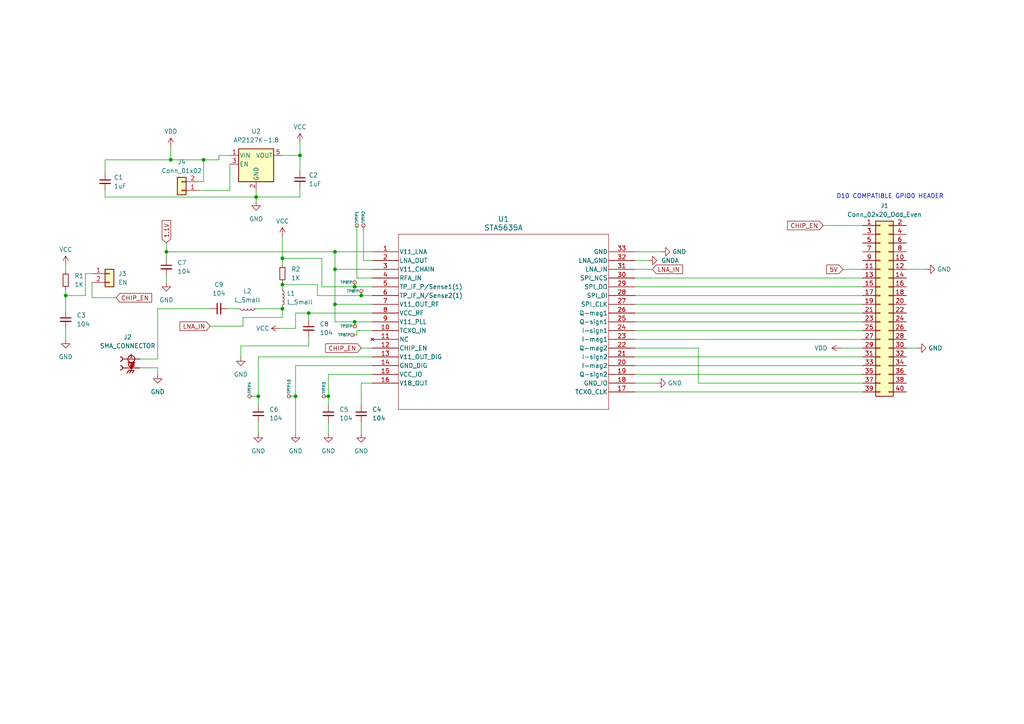
<source format=kicad_sch>
(kicad_sch (version 20230121) (generator eeschema)
  (paper "A4")
  (lib_symbols
    (symbol "Connector:TestPoint_Small" (pin_numbers hide) (pin_names (offset 0.762) hide)
      (property "Reference" "TP" (at 0 3.81 0))
      (property "Value" "TestPoint_Small" (at 0 2.032 0))
      (symbol "TestPoint_Small_0_1"
        (circle (center 0 0) (radius 0.508))
      )
      (symbol "TestPoint_Small_1_1"
        (pin passive line (at 0 0 90) (length 0) (name "1") (number "1"))
      )
    )
    (symbol "Connector_Generic:Conn_01x02" (pin_names (offset 1.016) hide)
      (property "Reference" "J" (at 0 2.54 0))
      (property "Value" "Conn_01x02" (at 0 -5.08 0))
      (symbol "Conn_01x02_1_1"
        (rectangle (start -1.27 -2.413) (end 0 -2.667) (stroke (width 0.1524)))
        (rectangle (start -1.27 0.127) (end 0 -0.127) (stroke (width 0.1524)))
        (rectangle (start -1.27 1.27) (end 1.27 -3.81) (stroke (width 0.254)) (fill (type background)))
        (pin passive line (at -5.08 0 0) (length 3.81) (name "Pin_1") (number "1"))
        (pin passive line (at -5.08 -2.54 0) (length 3.81) (name "Pin_2") (number "2"))
      )
    )
    (symbol "Connector_Generic:Conn_02x20_Odd_Even" (pin_names (offset 1.016) hide)
      (property "Reference" "J" (at 1.27 25.4 0))
      (property "Value" "Conn_02x20_Odd_Even" (at 1.27 -27.94 0))
      (symbol "Conn_02x20_Odd_Even_1_1"
        (rectangle (start -1.27 -25.273) (end 0 -25.527) (stroke (width 0.1524)))
        (rectangle (start -1.27 -22.733) (end 0 -22.987) (stroke (width 0.1524)))
        (rectangle (start -1.27 -20.193) (end 0 -20.447) (stroke (width 0.1524)))
        (rectangle (start -1.27 -17.653) (end 0 -17.907) (stroke (width 0.1524)))
        (rectangle (start -1.27 -15.113) (end 0 -15.367) (stroke (width 0.1524)))
        (rectangle (start -1.27 -12.573) (end 0 -12.827) (stroke (width 0.1524)))
        (rectangle (start -1.27 -10.033) (end 0 -10.287) (stroke (width 0.1524)))
        (rectangle (start -1.27 -7.493) (end 0 -7.747) (stroke (width 0.1524)))
        (rectangle (start -1.27 -4.953) (end 0 -5.207) (stroke (width 0.1524)))
        (rectangle (start -1.27 -2.413) (end 0 -2.667) (stroke (width 0.1524)))
        (rectangle (start -1.27 0.127) (end 0 -0.127) (stroke (width 0.1524)))
        (rectangle (start -1.27 2.667) (end 0 2.413) (stroke (width 0.1524)))
        (rectangle (start -1.27 5.207) (end 0 4.953) (stroke (width 0.1524)))
        (rectangle (start -1.27 7.747) (end 0 7.493) (stroke (width 0.1524)))
        (rectangle (start -1.27 10.287) (end 0 10.033) (stroke (width 0.1524)))
        (rectangle (start -1.27 12.827) (end 0 12.573) (stroke (width 0.1524)))
        (rectangle (start -1.27 15.367) (end 0 15.113) (stroke (width 0.1524)))
        (rectangle (start -1.27 17.907) (end 0 17.653) (stroke (width 0.1524)))
        (rectangle (start -1.27 20.447) (end 0 20.193) (stroke (width 0.1524)))
        (rectangle (start -1.27 22.987) (end 0 22.733) (stroke (width 0.1524)))
        (rectangle (start -1.27 24.13) (end 3.81 -26.67) (stroke (width 0.254)) (fill (type background)))
        (rectangle (start 3.81 -25.273) (end 2.54 -25.527) (stroke (width 0.1524)))
        (rectangle (start 3.81 -22.733) (end 2.54 -22.987) (stroke (width 0.1524)))
        (rectangle (start 3.81 -20.193) (end 2.54 -20.447) (stroke (width 0.1524)))
        (rectangle (start 3.81 -17.653) (end 2.54 -17.907) (stroke (width 0.1524)))
        (rectangle (start 3.81 -15.113) (end 2.54 -15.367) (stroke (width 0.1524)))
        (rectangle (start 3.81 -12.573) (end 2.54 -12.827) (stroke (width 0.1524)))
        (rectangle (start 3.81 -10.033) (end 2.54 -10.287) (stroke (width 0.1524)))
        (rectangle (start 3.81 -7.493) (end 2.54 -7.747) (stroke (width 0.1524)))
        (rectangle (start 3.81 -4.953) (end 2.54 -5.207) (stroke (width 0.1524)))
        (rectangle (start 3.81 -2.413) (end 2.54 -2.667) (stroke (width 0.1524)))
        (rectangle (start 3.81 0.127) (end 2.54 -0.127) (stroke (width 0.1524)))
        (rectangle (start 3.81 2.667) (end 2.54 2.413) (stroke (width 0.1524)))
        (rectangle (start 3.81 5.207) (end 2.54 4.953) (stroke (width 0.1524)))
        (rectangle (start 3.81 7.747) (end 2.54 7.493) (stroke (width 0.1524)))
        (rectangle (start 3.81 10.287) (end 2.54 10.033) (stroke (width 0.1524)))
        (rectangle (start 3.81 12.827) (end 2.54 12.573) (stroke (width 0.1524)))
        (rectangle (start 3.81 15.367) (end 2.54 15.113) (stroke (width 0.1524)))
        (rectangle (start 3.81 17.907) (end 2.54 17.653) (stroke (width 0.1524)))
        (rectangle (start 3.81 20.447) (end 2.54 20.193) (stroke (width 0.1524)))
        (rectangle (start 3.81 22.987) (end 2.54 22.733) (stroke (width 0.1524)))
        (pin passive line (at -5.08 22.86 0) (length 3.81) (name "Pin_1") (number "1"))
        (pin passive line (at 7.62 12.7 180) (length 3.81) (name "Pin_10") (number "10"))
        (pin passive line (at -5.08 10.16 0) (length 3.81) (name "Pin_11") (number "11"))
        (pin passive line (at 7.62 10.16 180) (length 3.81) (name "Pin_12") (number "12"))
        (pin passive line (at -5.08 7.62 0) (length 3.81) (name "Pin_13") (number "13"))
        (pin passive line (at 7.62 7.62 180) (length 3.81) (name "Pin_14") (number "14"))
        (pin passive line (at -5.08 5.08 0) (length 3.81) (name "Pin_15") (number "15"))
        (pin passive line (at 7.62 5.08 180) (length 3.81) (name "Pin_16") (number "16"))
        (pin passive line (at -5.08 2.54 0) (length 3.81) (name "Pin_17") (number "17"))
        (pin passive line (at 7.62 2.54 180) (length 3.81) (name "Pin_18") (number "18"))
        (pin passive line (at -5.08 0 0) (length 3.81) (name "Pin_19") (number "19"))
        (pin passive line (at 7.62 22.86 180) (length 3.81) (name "Pin_2") (number "2"))
        (pin passive line (at 7.62 0 180) (length 3.81) (name "Pin_20") (number "20"))
        (pin passive line (at -5.08 -2.54 0) (length 3.81) (name "Pin_21") (number "21"))
        (pin passive line (at 7.62 -2.54 180) (length 3.81) (name "Pin_22") (number "22"))
        (pin passive line (at -5.08 -5.08 0) (length 3.81) (name "Pin_23") (number "23"))
        (pin passive line (at 7.62 -5.08 180) (length 3.81) (name "Pin_24") (number "24"))
        (pin passive line (at -5.08 -7.62 0) (length 3.81) (name "Pin_25") (number "25"))
        (pin passive line (at 7.62 -7.62 180) (length 3.81) (name "Pin_26") (number "26"))
        (pin passive line (at -5.08 -10.16 0) (length 3.81) (name "Pin_27") (number "27"))
        (pin passive line (at 7.62 -10.16 180) (length 3.81) (name "Pin_28") (number "28"))
        (pin passive line (at -5.08 -12.7 0) (length 3.81) (name "Pin_29") (number "29"))
        (pin passive line (at -5.08 20.32 0) (length 3.81) (name "Pin_3") (number "3"))
        (pin passive line (at 7.62 -12.7 180) (length 3.81) (name "Pin_30") (number "30"))
        (pin passive line (at -5.08 -15.24 0) (length 3.81) (name "Pin_31") (number "31"))
        (pin passive line (at 7.62 -15.24 180) (length 3.81) (name "Pin_32") (number "32"))
        (pin passive line (at -5.08 -17.78 0) (length 3.81) (name "Pin_33") (number "33"))
        (pin passive line (at 7.62 -17.78 180) (length 3.81) (name "Pin_34") (number "34"))
        (pin passive line (at -5.08 -20.32 0) (length 3.81) (name "Pin_35") (number "35"))
        (pin passive line (at 7.62 -20.32 180) (length 3.81) (name "Pin_36") (number "36"))
        (pin passive line (at -5.08 -22.86 0) (length 3.81) (name "Pin_37") (number "37"))
        (pin passive line (at 7.62 -22.86 180) (length 3.81) (name "Pin_38") (number "38"))
        (pin passive line (at -5.08 -25.4 0) (length 3.81) (name "Pin_39") (number "39"))
        (pin passive line (at 7.62 20.32 180) (length 3.81) (name "Pin_4") (number "4"))
        (pin passive line (at 7.62 -25.4 180) (length 3.81) (name "Pin_40") (number "40"))
        (pin passive line (at -5.08 17.78 0) (length 3.81) (name "Pin_5") (number "5"))
        (pin passive line (at 7.62 17.78 180) (length 3.81) (name "Pin_6") (number "6"))
        (pin passive line (at -5.08 15.24 0) (length 3.81) (name "Pin_7") (number "7"))
        (pin passive line (at 7.62 15.24 180) (length 3.81) (name "Pin_8") (number "8"))
        (pin passive line (at -5.08 12.7 0) (length 3.81) (name "Pin_9") (number "9"))
      )
    )
    (symbol "Device:C_Small" (pin_numbers hide) (pin_names (offset 0.254) hide)
      (property "Reference" "C" (at 0.254 1.778 0))
      (property "Value" "C_Small" (at 0.254 -2.032 0))
      (symbol "C_Small_0_1"
        (polyline (pts (xy -1.524 -0.508) (xy 1.524 -0.508)) (stroke (width 0.3302)))
        (polyline (pts (xy -1.524 0.508) (xy 1.524 0.508)) (stroke (width 0.3048)))
      )
      (symbol "C_Small_1_1"
        (pin passive line (at 0 2.54 270) (length 2.032) (name "~") (number "1"))
        (pin passive line (at 0 -2.54 90) (length 2.032) (name "~") (number "2"))
      )
    )
    (symbol "Device:L_Small" (pin_numbers hide) (pin_names (offset 0.254) hide)
      (property "Reference" "L" (at 0.762 1.016 0))
      (property "Value" "L_Small" (at 0.762 -1.016 0))
      (symbol "L_Small_0_1"
        (arc (start 0 -2.032) (mid 0.5058 -1.524) (end 0 -1.016))
        (arc (start 0 -1.016) (mid 0.5058 -0.508) (end 0 0))
        (arc (start 0 0) (mid 0.5058 0.508) (end 0 1.016))
        (arc (start 0 1.016) (mid 0.5058 1.524) (end 0 2.032))
      )
      (symbol "L_Small_1_1"
        (pin passive line (at 0 2.54 270) (length 0.508) (name "~") (number "1"))
        (pin passive line (at 0 -2.54 90) (length 0.508) (name "~") (number "2"))
      )
    )
    (symbol "Device:R_Small" (pin_numbers hide) (pin_names (offset 0.254) hide)
      (property "Reference" "R" (at 0.762 0.508 0))
      (property "Value" "R_Small" (at 0.762 -1.016 0))
      (symbol "R_Small_0_1"
        (rectangle (start -0.762 1.778) (end 0.762 -1.778) (stroke (width 0.2032)))
      )
      (symbol "R_Small_1_1"
        (pin passive line (at 0 2.54 270) (length 0.762) (name "~") (number "1"))
        (pin passive line (at 0 -2.54 90) (length 0.762) (name "~") (number "2"))
      )
    )
    (symbol "Regulator_Linear:AP2127K-1.8" (pin_names (offset 0.254))
      (property "Reference" "U" (at -5.08 5.715 0))
      (property "Value" "AP2127K-1.8" (at 0 5.715 0))
      (symbol "AP2127K-1.8_0_1"
        (rectangle (start -5.08 4.445) (end 5.08 -5.08) (stroke (width 0.254)) (fill (type background)))
      )
      (symbol "AP2127K-1.8_1_1"
        (pin power_in line (at -7.62 2.54 0) (length 2.54) (name "VIN") (number "1"))
        (pin power_in line (at 0 -7.62 90) (length 2.54) (name "GND") (number "2"))
        (pin input line (at -7.62 0 0) (length 2.54) (name "EN") (number "3"))
        (pin no_connect line (at 5.08 0 180) (length 2.54) hide (name "NC") (number "4"))
        (pin power_out line (at 7.62 2.54 180) (length 2.54) (name "VOUT") (number "5"))
      )
    )
    (symbol "SMA_CONNECTOR:SMA_CONNECTOR" (pin_names (offset 1.016))
      (property "Reference" "J" (at -3.81 1.524 0))
      (property "Value" "SMA_CONNECTOR" (at -4.064 -6.858 0))
      (symbol "SMA_CONNECTOR_0_0"
        (arc (start -3.175 -3.175) (mid -2.5427 -2.54) (end -3.175 -1.905) (stroke (width 0.254)))
        (arc (start -3.175 -0.635) (mid -2.5427 0) (end -3.175 0.635) (stroke (width 0.254)))
        (circle (center 0 -2.54) (radius 0.254) (stroke (width 0.254)))
        (polyline (pts (xy -1.016 -1.016) (xy 0 -1.016)) (stroke (width 0.254)))
        (polyline (pts (xy -0.762 -3.302) (xy -1.27 -4.064)) (stroke (width 0.254)))
        (polyline (pts (xy 0 -3.302) (xy -0.762 -3.302)) (stroke (width 0.254)))
        (polyline (pts (xy 0 -3.302) (xy -0.508 -4.064)) (stroke (width 0.254)))
        (polyline (pts (xy 0 -3.302) (xy 0.762 -3.302)) (stroke (width 0.254)))
        (polyline (pts (xy 0 -1.016) (xy 0 -3.302)) (stroke (width 0.254)))
        (polyline (pts (xy 0 -1.016) (xy 1.016 -1.016)) (stroke (width 0.254)))
        (polyline (pts (xy 0.762 -3.302) (xy 0.254 -4.064)) (stroke (width 0.254)))
        (circle (center 0 0) (radius 1.016) (stroke (width 0.254)))
        (pin passive line (at 2.54 0 180) (length 5.08) (name "~") (number "1"))
        (pin passive line (at 2.54 -2.54 180) (length 5.08) (name "~") (number "G1"))
        (pin passive line (at 2.54 -2.54 180) (length 5.08) (name "~") (number "G2"))
        (pin passive line (at 2.54 -2.54 180) (length 5.08) (name "~") (number "G3"))
        (pin passive line (at 2.54 -2.54 180) (length 5.08) (name "~") (number "G4"))
      )
    )
    (symbol "VFQPN_A5635A_STM:STA5635A" (pin_names (offset 0.254))
      (property "Reference" "U" (at 38.1 10.16 0))
      (property "Value" "STA5635A" (at 38.1 7.62 0))
      (symbol "STA5635A_0_1"
        (polyline (pts (xy 7.62 -45.72) (xy 68.58 -45.72)) (stroke (width 0.127)))
        (polyline (pts (xy 7.62 5.08) (xy 7.62 -45.72)) (stroke (width 0.127)))
        (polyline (pts (xy 68.58 -45.72) (xy 68.58 5.08)) (stroke (width 0.127)))
        (polyline (pts (xy 68.58 5.08) (xy 7.62 5.08)) (stroke (width 0.127)))
        (pin bidirectional line (at 0 0 0) (length 7.62) (name "V11_LNA") (number "1"))
        (pin unspecified line (at 0 -22.86 0) (length 7.62) (name "TCXO_IN") (number "10"))
        (pin no_connect line (at 0 -25.4 0) (length 7.62) (name "NC") (number "11"))
        (pin unspecified line (at 0 -27.94 0) (length 7.62) (name "CHIP_EN") (number "12"))
        (pin output line (at 0 -30.48 0) (length 7.62) (name "V11_OUT_DIG") (number "13"))
        (pin power_out line (at 0 -33.02 0) (length 7.62) (name "GND_DIG") (number "14"))
        (pin power_in line (at 0 -35.56 0) (length 7.62) (name "VCC_IO") (number "15"))
        (pin output line (at 0 -38.1 0) (length 7.62) (name "V18_OUT") (number "16"))
        (pin unspecified line (at 76.2 -40.64 180) (length 7.62) (name "TCXO_CLK") (number "17"))
        (pin power_out line (at 76.2 -38.1 180) (length 7.62) (name "GND_IO") (number "18"))
        (pin bidirectional line (at 76.2 -35.56 180) (length 7.62) (name "Q-sign2") (number "19"))
        (pin output line (at 0 -2.54 0) (length 7.62) (name "LNA_OUT") (number "2"))
        (pin bidirectional line (at 76.2 -33.02 180) (length 7.62) (name "I-mag2") (number "20"))
        (pin bidirectional line (at 76.2 -30.48 180) (length 7.62) (name "I-sign2") (number "21"))
        (pin bidirectional line (at 76.2 -27.94 180) (length 7.62) (name "Q-mag2") (number "22"))
        (pin bidirectional line (at 76.2 -25.4 180) (length 7.62) (name "I-mag1") (number "23"))
        (pin bidirectional line (at 76.2 -22.86 180) (length 7.62) (name "I-sign1") (number "24"))
        (pin bidirectional line (at 76.2 -20.32 180) (length 7.62) (name "Q-sign1") (number "25"))
        (pin bidirectional line (at 76.2 -17.78 180) (length 7.62) (name "Q-mag1") (number "26"))
        (pin unspecified line (at 76.2 -15.24 180) (length 7.62) (name "SPI_CLK") (number "27"))
        (pin unspecified line (at 76.2 -12.7 180) (length 7.62) (name "SPI_DI") (number "28"))
        (pin unspecified line (at 76.2 -10.16 180) (length 7.62) (name "SPI_DO") (number "29"))
        (pin bidirectional line (at 0 -5.08 0) (length 7.62) (name "V11_CHAIN") (number "3"))
        (pin unspecified line (at 76.2 -7.62 180) (length 7.62) (name "SPI_NCS") (number "30"))
        (pin unspecified line (at 76.2 -5.08 180) (length 7.62) (name "LNA_IN") (number "31"))
        (pin power_out line (at 76.2 -2.54 180) (length 7.62) (name "LNA_GND") (number "32"))
        (pin power_out line (at 76.2 0 180) (length 7.62) (name "GND") (number "33"))
        (pin unspecified line (at 0 -7.62 0) (length 7.62) (name "RFA_IN") (number "4"))
        (pin unspecified line (at 0 -10.16 0) (length 7.62) (name "TP_IF_P/Sense1(1)") (number "5"))
        (pin unspecified line (at 0 -12.7 0) (length 7.62) (name "TP_IF_N/Sense2(1)") (number "6"))
        (pin output line (at 0 -15.24 0) (length 7.62) (name "V11_OUT_RF") (number "7"))
        (pin power_in line (at 0 -17.78 0) (length 7.62) (name "VCC_RF") (number "8"))
        (pin bidirectional line (at 0 -20.32 0) (length 7.62) (name "V11_PLL") (number "9"))
      )
    )
    (symbol "power:GND" (power) (pin_names (offset 0))
      (property "Value" "GND" (at 0 -3.81 0))
      (symbol "GND_0_1"
        (polyline (pts (xy 0 0) (xy 0 -1.27) (xy 1.27 -1.27) (xy 0 -2.54) (xy -1.27 -1.27) (xy 0 -1.27)))
      )
      (symbol "GND_1_1"
        (pin power_in line (at 0 0 270) (length 0) hide (name "GND") (number "1"))
      )
    )
    (symbol "power:GNDA" (power) (pin_names (offset 0))
      (property "Value" "GNDA" (at 0 -3.81 0))
      (symbol "GNDA_0_1"
        (polyline (pts (xy 0 0) (xy 0 -1.27) (xy 1.27 -1.27) (xy 0 -2.54) (xy -1.27 -1.27) (xy 0 -1.27)))
      )
      (symbol "GNDA_1_1"
        (pin power_in line (at 0 0 270) (length 0) hide (name "GNDA") (number "1"))
      )
    )
    (symbol "power:VCC" (power) (pin_names (offset 0))
      (property "Value" "VCC" (at 0 3.81 0))
      (symbol "VCC_0_1"
        (polyline (pts (xy -0.762 1.27) (xy 0 2.54)))
        (polyline (pts (xy 0 0) (xy 0 2.54)))
        (polyline (pts (xy 0 2.54) (xy 0.762 1.27)))
      )
      (symbol "VCC_1_1"
        (pin power_in line (at 0 0 90) (length 0) hide (name "VCC") (number "1"))
      )
    )
    (symbol "power:VDD" (power) (pin_names (offset 0))
      (property "Value" "VDD" (at 0 3.81 0))
      (symbol "VDD_0_1"
        (polyline (pts (xy -0.762 1.27) (xy 0 2.54)))
        (polyline (pts (xy 0 0) (xy 0 2.54)))
        (polyline (pts (xy 0 2.54) (xy 0.762 1.27)))
      )
      (symbol "VDD_1_1"
        (pin power_in line (at 0 0 90) (length 0) hide (name "VDD") (number "1"))
      )
    )
  )
  (junction (at 104.775 85.725))
  (junction (at 95.25 114.935))
  (junction (at 102.87 93.345))
  (junction (at 48.26 73.025))
  (junction (at 49.53 46.355))
  (junction (at 81.915 82.55))
  (junction (at 97.155 73.025))
  (junction (at 86.995 45.085))
  (junction (at 102.87 83.185))
  (junction (at 89.535 90.805))
  (junction (at 81.915 74.93))
  (junction (at 85.725 114.935))
  (junction (at 81.915 89.535))
  (junction (at 19.05 85.725))
  (junction (at 97.155 88.265))
  (junction (at 74.93 114.935))
  (junction (at 74.295 57.15))
  (junction (at 59.055 46.355))
  (junction (at 97.155 78.105))
  (wire (pts (xy 104.775 84.455) (xy 104.775 85.725)))
  (wire (pts (xy 92.075 82.55) (xy 81.915 82.55)))
  (wire (pts (xy 92.075 85.725) (xy 92.075 82.55)))
  (wire (pts (xy 30.48 46.355) (xy 49.53 46.355)))
  (wire (pts (xy 81.915 82.55) (xy 81.915 83.82)))
  (wire (pts (xy 30.48 57.15) (xy 74.295 57.15)))
  (wire (pts (xy 97.155 78.105) (xy 97.155 73.025)))
  (wire (pts (xy 45.72 106.68) (xy 45.72 108.585)))
  (wire (pts (xy 97.155 78.105) (xy 107.95 78.105)))
  (wire (pts (xy 97.155 88.265) (xy 107.95 88.265)))
  (wire (pts (xy 74.295 55.245) (xy 74.295 57.15)))
  (wire (pts (xy 103.505 95.885) (xy 103.505 97.155)))
  (wire (pts (xy 81.915 81.915) (xy 81.915 82.55)))
  (wire (pts (xy 107.95 93.345) (xy 102.87 93.345)))
  (wire (pts (xy 85.725 106.045) (xy 107.95 106.045)))
  (wire (pts (xy 19.05 85.725) (xy 19.05 90.17)))
  (wire (pts (xy 48.26 73.025) (xy 97.155 73.025)))
  (wire (pts (xy 202.565 111.125) (xy 250.19 111.125)))
  (wire (pts (xy 184.15 113.665) (xy 250.19 113.665)))
  (wire (pts (xy 85.725 125.73) (xy 85.725 114.935)))
  (wire (pts (xy 30.48 57.15) (xy 30.48 55.245)))
  (wire (pts (xy 57.785 52.705) (xy 59.055 52.705)))
  (wire (pts (xy 59.055 52.705) (xy 59.055 46.355)))
  (wire (pts (xy 19.05 95.25) (xy 19.05 98.425)))
  (wire (pts (xy 69.85 103.505) (xy 69.85 100.33)))
  (wire (pts (xy 89.535 100.33) (xy 89.535 97.79)))
  (wire (pts (xy 93.345 74.93) (xy 81.915 74.93)))
  (wire (pts (xy 69.85 100.33) (xy 89.535 100.33)))
  (wire (pts (xy 184.15 75.565) (xy 187.96 75.565)))
  (wire (pts (xy 95.25 117.475) (xy 95.25 114.935)))
  (wire (pts (xy 85.725 95.25) (xy 85.725 90.805)))
  (wire (pts (xy 103.505 80.645) (xy 103.505 65.405)))
  (wire (pts (xy 57.785 55.245) (xy 66.675 55.245)))
  (wire (pts (xy 102.87 83.185) (xy 93.345 83.185)))
  (wire (pts (xy 95.25 122.555) (xy 95.25 125.73)))
  (wire (pts (xy 184.15 100.965) (xy 202.565 100.965)))
  (wire (pts (xy 63.5 46.355) (xy 63.5 45.085)))
  (wire (pts (xy 74.93 117.475) (xy 74.93 114.935)))
  (wire (pts (xy 74.295 89.535) (xy 81.915 89.535)))
  (wire (pts (xy 184.15 103.505) (xy 250.19 103.505)))
  (wire (pts (xy 81.915 68.58) (xy 81.915 74.93)))
  (wire (pts (xy 66.04 89.535) (xy 69.215 89.535)))
  (wire (pts (xy 243.84 100.965) (xy 250.19 100.965)))
  (wire (pts (xy 97.155 73.025) (xy 107.95 73.025)))
  (wire (pts (xy 184.15 78.105) (xy 189.23 78.105)))
  (wire (pts (xy 85.725 114.935) (xy 85.725 106.045)))
  (wire (pts (xy 86.995 49.53) (xy 86.995 45.085)))
  (wire (pts (xy 262.89 100.965) (xy 266.065 100.965)))
  (wire (pts (xy 26.67 81.915) (xy 26.67 86.36)))
  (wire (pts (xy 184.15 106.045) (xy 250.19 106.045)))
  (wire (pts (xy 93.345 83.185) (xy 93.345 74.93)))
  (wire (pts (xy 102.87 93.345) (xy 97.155 93.345)))
  (wire (pts (xy 24.765 79.375) (xy 24.765 85.725)))
  (wire (pts (xy 244.475 78.105) (xy 250.19 78.105)))
  (wire (pts (xy 184.15 90.805) (xy 250.19 90.805)))
  (wire (pts (xy 184.15 88.265) (xy 250.19 88.265)))
  (wire (pts (xy 19.05 76.835) (xy 19.05 78.74)))
  (wire (pts (xy 86.995 57.15) (xy 74.295 57.15)))
  (wire (pts (xy 85.725 90.805) (xy 89.535 90.805)))
  (wire (pts (xy 262.89 78.105) (xy 268.605 78.105)))
  (wire (pts (xy 105.41 75.565) (xy 105.41 65.405)))
  (wire (pts (xy 86.995 45.085) (xy 81.915 45.085)))
  (wire (pts (xy 107.95 75.565) (xy 105.41 75.565)))
  (wire (pts (xy 19.05 83.82) (xy 19.05 85.725)))
  (wire (pts (xy 107.95 95.885) (xy 103.505 95.885)))
  (wire (pts (xy 70.485 94.615) (xy 70.485 92.075)))
  (wire (pts (xy 86.995 41.275) (xy 86.995 45.085)))
  (wire (pts (xy 104.775 85.725) (xy 92.075 85.725)))
  (wire (pts (xy 107.95 83.185) (xy 102.87 83.185)))
  (wire (pts (xy 49.53 46.355) (xy 59.055 46.355)))
  (wire (pts (xy 238.76 65.405) (xy 250.19 65.405)))
  (wire (pts (xy 48.26 73.025) (xy 48.26 74.93)))
  (wire (pts (xy 74.93 114.935) (xy 74.93 103.505)))
  (wire (pts (xy 60.96 94.615) (xy 70.485 94.615)))
  (wire (pts (xy 26.67 79.375) (xy 24.765 79.375)))
  (wire (pts (xy 184.15 98.425) (xy 250.19 98.425)))
  (wire (pts (xy 202.565 100.965) (xy 202.565 111.125)))
  (wire (pts (xy 24.765 85.725) (xy 19.05 85.725)))
  (wire (pts (xy 184.15 111.125) (xy 190.5 111.125)))
  (wire (pts (xy 63.5 45.085) (xy 66.675 45.085)))
  (wire (pts (xy 89.535 92.71) (xy 89.535 90.805)))
  (wire (pts (xy 60.96 89.535) (xy 45.72 89.535)))
  (wire (pts (xy 95.25 108.585) (xy 107.95 108.585)))
  (wire (pts (xy 104.775 117.475) (xy 104.775 111.125)))
  (wire (pts (xy 104.775 122.555) (xy 104.775 125.73)))
  (wire (pts (xy 45.72 89.535) (xy 45.72 104.14)))
  (wire (pts (xy 81.915 74.93) (xy 81.915 76.835)))
  (wire (pts (xy 83.82 114.935) (xy 85.725 114.935)))
  (wire (pts (xy 97.155 93.345) (xy 97.155 88.265)))
  (wire (pts (xy 72.39 114.935) (xy 74.93 114.935)))
  (wire (pts (xy 103.505 97.155) (xy 102.235 97.155)))
  (wire (pts (xy 184.15 73.025) (xy 191.77 73.025)))
  (wire (pts (xy 102.87 81.915) (xy 102.87 83.185)))
  (wire (pts (xy 107.95 80.645) (xy 103.505 80.645)))
  (wire (pts (xy 107.95 85.725) (xy 104.775 85.725)))
  (wire (pts (xy 59.055 46.355) (xy 63.5 46.355)))
  (wire (pts (xy 30.48 50.165) (xy 30.48 46.355)))
  (wire (pts (xy 89.535 90.805) (xy 107.95 90.805)))
  (wire (pts (xy 86.995 54.61) (xy 86.995 57.15)))
  (wire (pts (xy 48.26 80.01) (xy 48.26 81.915)))
  (wire (pts (xy 40.64 106.68) (xy 45.72 106.68)))
  (wire (pts (xy 184.15 108.585) (xy 250.19 108.585)))
  (wire (pts (xy 26.67 86.36) (xy 33.655 86.36)))
  (wire (pts (xy 81.915 88.9) (xy 81.915 89.535)))
  (wire (pts (xy 74.295 57.15) (xy 74.295 58.42)))
  (wire (pts (xy 81.915 92.075) (xy 81.915 89.535)))
  (wire (pts (xy 95.25 114.935) (xy 95.25 108.585)))
  (wire (pts (xy 48.26 70.485) (xy 48.26 73.025)))
  (wire (pts (xy 184.15 95.885) (xy 250.19 95.885)))
  (wire (pts (xy 45.72 104.14) (xy 40.64 104.14)))
  (wire (pts (xy 93.98 114.935) (xy 95.25 114.935)))
  (wire (pts (xy 74.93 103.505) (xy 107.95 103.505)))
  (wire (pts (xy 104.775 111.125) (xy 107.95 111.125)))
  (wire (pts (xy 184.15 93.345) (xy 250.19 93.345)))
  (wire (pts (xy 74.93 122.555) (xy 74.93 125.73)))
  (wire (pts (xy 66.675 55.245) (xy 66.675 47.625)))
  (wire (pts (xy 70.485 92.075) (xy 81.915 92.075)))
  (wire (pts (xy 184.15 85.725) (xy 250.19 85.725)))
  (wire (pts (xy 49.53 42.545) (xy 49.53 46.355)))
  (wire (pts (xy 81.28 95.25) (xy 85.725 95.25)))
  (wire (pts (xy 97.155 88.265) (xy 97.155 78.105)))
  (wire (pts (xy 102.87 93.345) (xy 102.87 94.615)))
  (wire (pts (xy 184.15 83.185) (xy 250.19 83.185)))
  (wire (pts (xy 184.15 80.645) (xy 250.19 80.645)))
  (wire (pts (xy 104.775 100.965) (xy 107.95 100.965)))
  (text "D10 COMPATIBLE GPIO0 HEADER" (at 242.57 57.785 0) (effects (font (size 1.27 1.27)) (justify left bottom)))
  (global_label "CHIP_EN" (shape input) (at 104.775 100.965 180) (property "Intersheetrefs" "${INTERSHEET_REFS}" (effects hide)))
  (global_label "5V" (shape input) (at 244.475 78.105 180) (property "Intersheetrefs" "${INTERSHEET_REFS}" (effects hide)))
  (global_label "1.1V" (shape input) (at 48.26 70.485 90) (property "Intersheetrefs" "${INTERSHEET_REFS}" (effects hide)))
  (global_label "LNA_IN" (shape input) (at 189.23 78.105 0) (property "Intersheetrefs" "${INTERSHEET_REFS}" (effects hide)))
  (global_label "CHIP_EN" (shape input) (at 238.76 65.405 180) (property "Intersheetrefs" "${INTERSHEET_REFS}" (effects hide)))
  (global_label "CHIP_EN" (shape input) (at 33.655 86.36 0) (property "Intersheetrefs" "${INTERSHEET_REFS}" (effects hide)))
  (global_label "LNA_IN" (shape input) (at 60.96 94.615 180) (property "Intersheetrefs" "${INTERSHEET_REFS}" (effects hide)))
  (symbol (lib_id "Device:L_Small") (at 71.755 89.535 270) (unit 1)
    (property "Reference" "L2" (at 71.755 84.455 90))
    (property "Value" "L_Small" (at 71.755 86.995 90))
    (property "Footprint" "Inductor_SMD:L_1206_3216Metric_Pad1.22x1.90mm_HandSolder" (effects hide))
  )
  (symbol (lib_id "Device:C_Small") (at 104.775 120.015 0) (unit 1)
    (property "Reference" "C4" (at 107.95 118.7513 0) (effects (justify left)))
    (property "Value" "104" (at 107.95 121.2913 0) (effects (justify left)))
    (property "Footprint" "Capacitor_SMD:C_1206_3216Metric" (effects hide))
  )
  (symbol (lib_id "Device:R_Small") (at 19.05 81.28 0) (unit 1)
    (property "Reference" "R1" (at 21.59 80.01 0) (effects (justify left)))
    (property "Value" "1K" (at 21.59 82.55 0) (effects (justify left)))
    (property "Footprint" "Resistor_SMD:R_1206_3216Metric" (effects hide))
  )
  (symbol (lib_id "power:VCC") (at 19.05 76.835 0) (unit 1)
    (property "Reference" "#PWR01" (effects hide))
    (property "Value" "VCC" (at 19.05 72.39 0))
  )
  (symbol (lib_id "Connector:TestPoint_Small") (at 83.82 114.935 90) (unit 1)
    (property "Reference" "TP10" (at 83.82 113.03 0) (effects (font (size 0.8 0.8)) (justify left)))
    (property "Value" "TP" (at 83.82 114.3 0) (effects (font (size 0.8 0.8)) (justify left)))
    (property "Footprint" "Connector_PinHeader_2.54mm:PinHeader_1x01_P2.54mm_Vertical" (effects hide))
  )
  (symbol (lib_id "power:VDD") (at 49.53 42.545 0) (unit 1)
    (property "Reference" "#PWR014" (effects hide))
    (property "Value" "VDD" (at 49.53 38.1 0))
  )
  (symbol (lib_id "power:GND") (at 95.25 125.73 0) (unit 1)
    (property "Reference" "#PWR06" (effects hide))
    (property "Value" "GND" (at 95.25 130.81 0))
  )
  (symbol (lib_id "SMA_CONNECTOR:SMA_CONNECTOR") (at 38.1 104.14 0) (unit 1)
    (property "Reference" "J2" (at 37.0205 97.79 0))
    (property "Value" "SMA_CONNECTOR" (at 37.0205 100.33 0))
    (property "Footprint" "SMA_CONNECTOR:LPRS_SMA_CONNECTOR" (effects hide))
    (property "MF" "LPRS" (effects hide))
    (property "MAXIMUM_PACKAGE_HEIGHT" "8.3 mm" (effects hide))
    (property "Package" "None" (effects hide))
    (property "Price" "None" (effects hide))
    (property "Check_prices" "https://www.snapeda.com/parts/SMA%20CONNECTOR/LPRS/view-part/?ref=eda" (effects hide))
    (property "STANDARD" "Manufacturer Recommendations" (effects hide))
    (property "PARTREV" "1.3" (effects hide))
    (property "SnapEDA_Link" "https://www.snapeda.com/parts/SMA%20CONNECTOR/LPRS/view-part/?ref=snap" (effects hide))
    (property "MP" "SMA CONNECTOR" (effects hide))
    (property "Description" "\nRF Coaxial Straight SMA Connector\n" (effects hide))
    (property "Availability" "In Stock" (effects hide))
    (property "MANUFACTURER" "LPRS" (effects hide))
  )
  (symbol (lib_id "Connector:TestPoint_Small") (at 72.39 114.935 90) (unit 1)
    (property "Reference" "TP4" (at 72.39 113.03 0) (effects (font (size 0.8 0.8)) (justify left)))
    (property "Value" "TP" (at 72.39 114.3 0) (effects (font (size 0.8 0.8)) (justify left)))
    (property "Footprint" "Connector_PinHeader_2.54mm:PinHeader_1x01_P2.54mm_Vertical" (effects hide))
  )
  (symbol (lib_id "Connector:TestPoint_Small") (at 105.41 65.405 90) (unit 1)
    (property "Reference" "TP2" (at 105.41 63.5 0) (effects (font (size 0.8 0.8)) (justify left)))
    (property "Value" "TP" (at 105.41 64.77 0) (effects (font (size 0.8 0.8)) (justify left)))
    (property "Footprint" "Connector_PinHeader_2.54mm:PinHeader_1x01_P2.54mm_Vertical" (effects hide))
  )
  (symbol (lib_id "Connector:TestPoint_Small") (at 102.87 94.615 180) (unit 1)
    (property "Reference" "TP5" (at 100.965 94.615 0) (effects (font (size 0.8 0.8)) (justify left)))
    (property "Value" "TP" (at 102.235 94.615 0) (effects (font (size 0.8 0.8)) (justify left)))
    (property "Footprint" "Connector_PinHeader_2.54mm:PinHeader_1x01_P2.54mm_Vertical" (effects hide))
  )
  (symbol (lib_id "Connector:TestPoint_Small") (at 104.775 84.455 180) (unit 1)
    (property "Reference" "TP8" (at 102.87 84.455 0) (effects (font (size 0.8 0.8)) (justify left)))
    (property "Value" "TP" (at 104.14 84.455 0) (effects (font (size 0.8 0.8)) (justify left)))
    (property "Footprint" "Connector_PinHeader_2.54mm:PinHeader_1x01_P2.54mm_Vertical" (effects hide))
  )
  (symbol (lib_id "power:VCC") (at 81.915 68.58 0) (unit 1)
    (property "Reference" "#PWR012" (effects hide))
    (property "Value" "VCC" (at 81.915 64.135 0))
  )
  (symbol (lib_id "Connector_Generic:Conn_01x02") (at 31.75 79.375 0) (unit 1)
    (property "Reference" "J3" (at 34.29 79.375 0) (effects (justify left)))
    (property "Value" "EN" (at 34.29 81.915 0) (effects (justify left)))
    (property "Footprint" "Connector_PinHeader_2.54mm:PinHeader_1x02_P2.54mm_Vertical" (effects hide))
  )
  (symbol (lib_id "Connector_Generic:Conn_01x02") (at 52.705 55.245 180) (unit 1)
    (property "Reference" "J4" (at 52.705 46.99 0))
    (property "Value" "Conn_01x02" (at 52.705 49.53 0))
    (property "Footprint" "Connector_PinHeader_2.54mm:PinHeader_1x02_P2.54mm_Vertical" (effects hide))
  )
  (symbol (lib_id "Device:C_Small") (at 95.25 120.015 0) (unit 1)
    (property "Reference" "C5" (at 98.425 118.7513 0) (effects (justify left)))
    (property "Value" "104" (at 98.425 121.2913 0) (effects (justify left)))
    (property "Footprint" "Capacitor_SMD:C_1206_3216Metric" (effects hide))
  )
  (symbol (lib_id "power:GND") (at 69.85 103.505 0) (unit 1)
    (property "Reference" "#PWR011" (effects hide))
    (property "Value" "GND" (at 69.85 108.585 0))
  )
  (symbol (lib_id "Connector:TestPoint_Small") (at 103.505 65.405 90) (unit 1)
    (property "Reference" "TP1" (at 103.505 63.5 0) (effects (font (size 0.8 0.8)) (justify left)))
    (property "Value" "TP" (at 103.505 64.77 0) (effects (font (size 0.8 0.8)) (justify left)))
    (property "Footprint" "Connector_PinHeader_2.54mm:PinHeader_1x01_P2.54mm_Vertical" (effects hide))
  )
  (symbol (lib_id "Device:C_Small") (at 48.26 77.47 0) (unit 1)
    (property "Reference" "C7" (at 51.435 76.2063 0) (effects (justify left)))
    (property "Value" "104" (at 51.435 78.7463 0) (effects (justify left)))
    (property "Footprint" "Capacitor_SMD:C_1206_3216Metric" (effects hide))
  )
  (symbol (lib_id "power:VCC") (at 86.995 41.275 0) (unit 1)
    (property "Reference" "#PWR04" (effects hide))
    (property "Value" "VCC" (at 86.995 36.83 0))
  )
  (symbol (lib_id "Device:C_Small") (at 19.05 92.71 0) (unit 1)
    (property "Reference" "C3" (at 22.225 91.4463 0) (effects (justify left)))
    (property "Value" "104" (at 22.225 93.9863 0) (effects (justify left)))
    (property "Footprint" "Capacitor_SMD:C_1206_3216Metric" (effects hide))
  )
  (symbol (lib_id "power:GND") (at 74.295 58.42 0) (unit 1)
    (property "Reference" "#PWR03" (effects hide))
    (property "Value" "GND" (at 74.295 63.5 0))
  )
  (symbol (lib_id "power:GND") (at 190.5 111.125 90) (unit 1)
    (property "Reference" "#PWR016" (effects hide))
    (property "Value" "GND" (at 193.675 111.125 90) (effects (justify right)))
  )
  (symbol (lib_id "Connector:TestPoint_Small") (at 102.87 81.915 180) (unit 1)
    (property "Reference" "TP9" (at 100.965 81.915 0) (effects (font (size 0.8 0.8)) (justify left)))
    (property "Value" "TP" (at 102.235 81.915 0) (effects (font (size 0.8 0.8)) (justify left)))
    (property "Footprint" "Connector_PinHeader_2.54mm:PinHeader_1x01_P2.54mm_Vertical" (effects hide))
  )
  (symbol (lib_id "Connector:TestPoint_Small") (at 93.98 114.935 90) (unit 1)
    (property "Reference" "TP3" (at 93.98 113.03 0) (effects (font (size 0.8 0.8)) (justify left)))
    (property "Value" "TP" (at 93.98 114.3 0) (effects (font (size 0.8 0.8)) (justify left)))
    (property "Footprint" "Connector_PinHeader_2.54mm:PinHeader_1x01_P2.54mm_Vertical" (effects hide))
  )
  (symbol (lib_id "Device:R_Small") (at 81.915 79.375 0) (unit 1)
    (property "Reference" "R2" (at 84.455 78.105 0) (effects (justify left)))
    (property "Value" "1K" (at 84.455 80.645 0) (effects (justify left)))
    (property "Footprint" "Resistor_SMD:R_1206_3216Metric" (effects hide))
  )
  (symbol (lib_id "power:VCC") (at 81.28 95.25 90) (unit 1)
    (property "Reference" "#PWR010" (effects hide))
    (property "Value" "VCC" (at 78.105 95.25 90) (effects (justify left)))
  )
  (symbol (lib_id "Regulator_Linear:AP2127K-1.8") (at 74.295 47.625 0) (unit 1)
    (property "Reference" "U2" (at 74.295 38.1 0))
    (property "Value" "AP2127K-1.8" (at 74.295 40.64 0))
    (property "Footprint" "Package_TO_SOT_SMD:SOT-23-5" (effects hide))
    (property "Datasheet" "https://www.diodes.com/assets/Datasheets/AP2127.pdf" (effects hide))
  )
  (symbol (lib_id "power:GND") (at 191.77 73.025 90) (unit 1)
    (property "Reference" "#PWR019" (effects hide))
    (property "Value" "GND" (at 194.945 73.025 90) (effects (justify right)))
  )
  (symbol (lib_id "Device:L_Small") (at 81.915 86.36 0) (unit 1)
    (property "Reference" "L1" (at 83.185 85.09 0) (effects (justify left)))
    (property "Value" "L_Small" (at 83.185 87.63 0) (effects (justify left)))
    (property "Footprint" "Inductor_SMD:L_1206_3216Metric_Pad1.22x1.90mm_HandSolder" (effects hide))
  )
  (symbol (lib_id "Connector:TestPoint_Small") (at 102.235 97.155 180) (unit 1)
    (property "Reference" "TP6" (at 100.33 97.155 0) (effects (font (size 0.8 0.8)) (justify left)))
    (property "Value" "TP" (at 101.6 97.155 0) (effects (font (size 0.8 0.8)) (justify left)))
    (property "Footprint" "Connector_PinHeader_2.54mm:PinHeader_1x01_P2.54mm_Vertical" (effects hide))
  )
  (symbol (lib_id "Connector_Generic:Conn_02x20_Odd_Even") (at 255.27 88.265 0) (unit 1)
    (property "Reference" "J1" (at 256.54 59.69 0))
    (property "Value" "Conn_02x20_Odd_Even" (at 256.54 62.23 0))
    (property "Footprint" "Connector_PinHeader_2.54mm:PinHeader_2x20_P2.54mm_Vertical" (effects hide))
  )
  (symbol (lib_id "power:GND") (at 45.72 108.585 0) (unit 1)
    (property "Reference" "#PWR013" (effects hide))
    (property "Value" "GND" (at 45.72 113.665 0))
  )
  (symbol (lib_id "Device:C_Small") (at 74.93 120.015 0) (unit 1)
    (property "Reference" "C6" (at 78.105 118.7513 0) (effects (justify left)))
    (property "Value" "104" (at 78.105 121.2913 0) (effects (justify left)))
    (property "Footprint" "Capacitor_SMD:C_1206_3216Metric" (effects hide))
  )
  (symbol (lib_id "Device:C_Small") (at 63.5 89.535 90) (unit 1)
    (property "Reference" "C9" (at 63.5063 82.55 90))
    (property "Value" "104" (at 63.5063 85.09 90))
    (property "Footprint" "Capacitor_SMD:C_1206_3216Metric" (effects hide))
  )
  (symbol (lib_id "power:GND") (at 85.725 125.73 0) (unit 1)
    (property "Reference" "#PWR07" (effects hide))
    (property "Value" "GND" (at 85.725 130.81 0))
  )
  (symbol (lib_id "power:VDD") (at 243.84 100.965 90) (unit 1)
    (property "Reference" "#PWR015" (effects hide))
    (property "Value" "VDD" (at 240.03 100.965 90) (effects (justify left)))
  )
  (symbol (lib_id "power:GNDA") (at 187.96 75.565 90) (unit 1)
    (property "Reference" "#PWR018" (effects hide))
    (property "Value" "GNDA" (at 191.77 75.565 90) (effects (justify right)))
  )
  (symbol (lib_id "Device:C_Small") (at 86.995 52.07 0) (unit 1)
    (property "Reference" "C2" (at 89.535 50.8063 0) (effects (justify left)))
    (property "Value" "1uF" (at 89.535 53.3463 0) (effects (justify left)))
    (property "Footprint" "Capacitor_SMD:C_1206_3216Metric" (effects hide))
  )
  (symbol (lib_id "power:GND") (at 268.605 78.105 90) (unit 1)
    (property "Reference" "#PWR020" (effects hide))
    (property "Value" "GND" (at 271.78 78.105 90) (effects (justify right)))
  )
  (symbol (lib_id "power:GND") (at 104.775 125.73 0) (unit 1)
    (property "Reference" "#PWR05" (effects hide))
    (property "Value" "GND" (at 104.775 130.81 0))
  )
  (symbol (lib_id "VFQPN_A5635A_STM:STA5635A") (at 107.95 73.025 0) (unit 1)
    (property "Reference" "U1" (at 146.05 63.5 0) (effects (font (size 1.524 1.524))))
    (property "Value" "STA5635A" (at 146.05 66.04 0) (effects (font (size 1.524 1.524))))
    (property "Footprint" "VFQPN_A5635A_STM:VFQPN_A5635A_STM" (effects hide))
    (property "Datasheet" "STA5635A" (effects hide))
  )
  (symbol (lib_id "Device:C_Small") (at 30.48 52.705 0) (unit 1)
    (property "Reference" "C1" (at 33.02 51.4413 0) (effects (justify left)))
    (property "Value" "1uF" (at 33.02 53.9813 0) (effects (justify left)))
    (property "Footprint" "Capacitor_SMD:C_1206_3216Metric" (effects hide))
  )
  (symbol (lib_id "power:GND") (at 74.93 125.73 0) (unit 1)
    (property "Reference" "#PWR08" (effects hide))
    (property "Value" "GND" (at 74.93 130.81 0))
  )
  (symbol (lib_id "power:GND") (at 19.05 98.425 0) (unit 1)
    (property "Reference" "#PWR02" (effects hide))
    (property "Value" "GND" (at 19.05 103.505 0))
  )
  (symbol (lib_id "Device:C_Small") (at 89.535 95.25 0) (unit 1)
    (property "Reference" "C8" (at 92.71 93.9863 0) (effects (justify left)))
    (property "Value" "104" (at 92.71 96.5263 0) (effects (justify left)))
    (property "Footprint" "Capacitor_SMD:C_1206_3216Metric" (effects hide))
  )
  (symbol (lib_id "power:GND") (at 266.065 100.965 90) (unit 1)
    (property "Reference" "#PWR017" (effects hide))
    (property "Value" "GND" (at 269.24 100.965 90) (effects (justify right)))
  )
  (symbol (lib_id "power:GND") (at 48.26 81.915 0) (unit 1)
    (property "Reference" "#PWR09" (effects hide))
    (property "Value" "GND" (at 48.26 86.995 0))
  )
)
</source>
